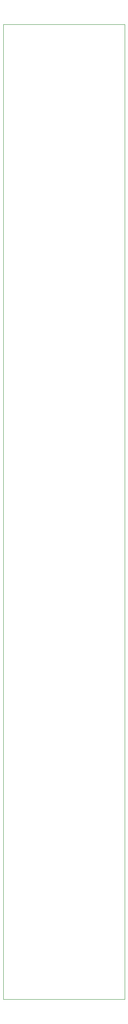
<source format=gbr>
%TF.GenerationSoftware,KiCad,Pcbnew,(5.1.9)-1*%
%TF.CreationDate,2021-09-28T19:48:16+01:00*%
%TF.ProjectId,PassiveModule,50617373-6976-4654-9d6f-64756c652e6b,rev?*%
%TF.SameCoordinates,Original*%
%TF.FileFunction,Profile,NP*%
%FSLAX46Y46*%
G04 Gerber Fmt 4.6, Leading zero omitted, Abs format (unit mm)*
G04 Created by KiCad (PCBNEW (5.1.9)-1) date 2021-09-28 19:48:16*
%MOMM*%
%LPD*%
G01*
G04 APERTURE LIST*
%TA.AperFunction,Profile*%
%ADD10C,0.100000*%
%TD*%
G04 APERTURE END LIST*
D10*
X25000000Y0D02*
X25000000Y-200000000D01*
X0Y0D02*
X25000000Y0D01*
X0Y-200000000D02*
X0Y0D01*
X25000000Y-200000000D02*
X0Y-200000000D01*
M02*

</source>
